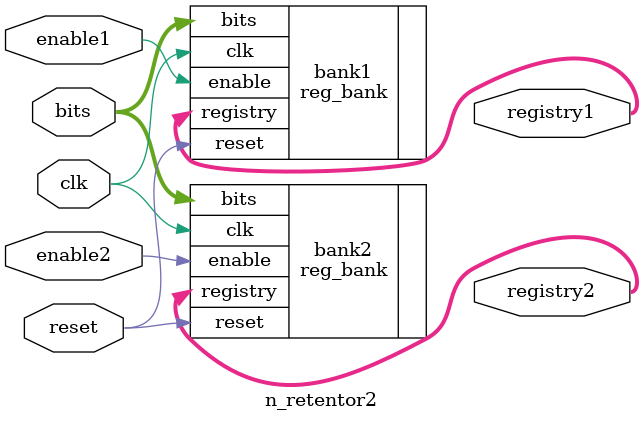
<source format=sv>
`timescale 1ns / 1ps

module n_retentor2 #( parameter n=8)(

    input logic [n-1:0] bits,
    input logic clk,enable1,enable2,reset,
    output logic [n-1:0] registry1,registry2
    );
    
    reg_bank #(n) bank1(.clk(clk),.enable(enable1),.reset(reset),.bits(bits),.registry(registry1));
    reg_bank #(n) bank2(.clk(clk),.enable(enable2),.reset(reset),.bits(bits),.registry(registry2));
    
    
endmodule

</source>
